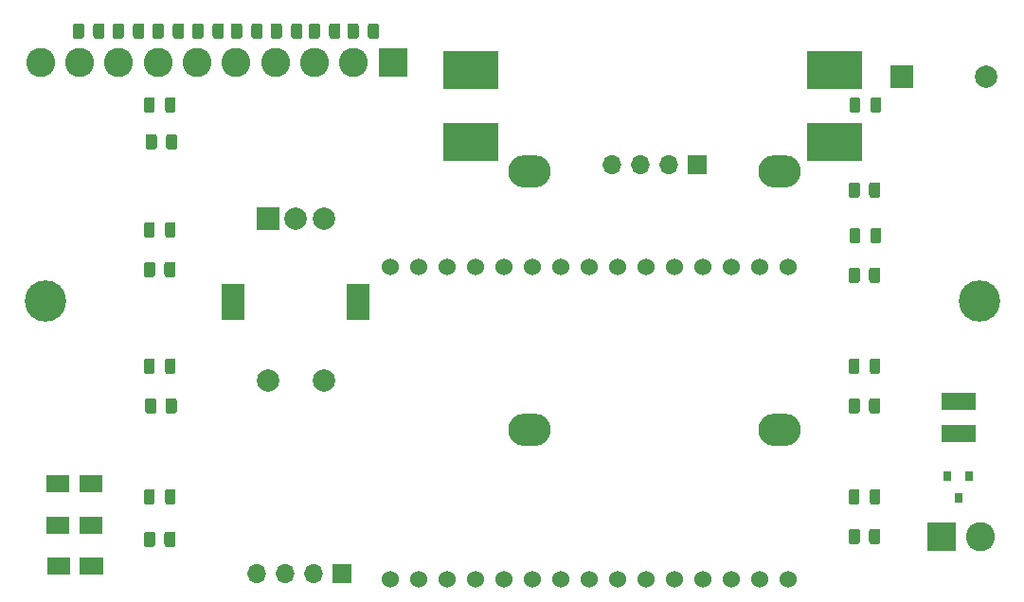
<source format=gbs>
G04 #@! TF.GenerationSoftware,KiCad,Pcbnew,5.1.12-84ad8e8a86~92~ubuntu20.04.1*
G04 #@! TF.CreationDate,2022-01-09T20:13:28+01:00*
G04 #@! TF.ProjectId,ESPHome-Thermostat-pcb,45535048-6f6d-4652-9d54-6865726d6f73,1.0*
G04 #@! TF.SameCoordinates,Original*
G04 #@! TF.FileFunction,Soldermask,Bot*
G04 #@! TF.FilePolarity,Negative*
%FSLAX46Y46*%
G04 Gerber Fmt 4.6, Leading zero omitted, Abs format (unit mm)*
G04 Created by KiCad (PCBNEW 5.1.12-84ad8e8a86~92~ubuntu20.04.1) date 2022-01-09 20:13:28*
%MOMM*%
%LPD*%
G01*
G04 APERTURE LIST*
%ADD10C,3.700000*%
%ADD11O,1.700000X1.700000*%
%ADD12R,1.700000X1.700000*%
%ADD13C,2.600000*%
%ADD14R,2.600000X2.600000*%
%ADD15R,3.020000X1.510000*%
%ADD16R,0.800000X0.900000*%
%ADD17C,0.150000*%
%ADD18R,1.500000X1.500000*%
%ADD19C,2.000000*%
%ADD20R,2.000000X2.000000*%
%ADD21R,5.000000X3.500000*%
%ADD22O,3.800000X2.900000*%
%ADD23C,1.524000*%
%ADD24R,2.000000X3.200000*%
G04 APERTURE END LIST*
D10*
X136750000Y-76500000D03*
X53250000Y-76500000D03*
D11*
X72136000Y-100838000D03*
X74676000Y-100838000D03*
X77216000Y-100838000D03*
D12*
X79756000Y-100838000D03*
G36*
G01*
X67418000Y-51873998D02*
X67418000Y-52774002D01*
G75*
G02*
X67168002Y-53024000I-249998J0D01*
G01*
X66642998Y-53024000D01*
G75*
G02*
X66393000Y-52774002I0J249998D01*
G01*
X66393000Y-51873998D01*
G75*
G02*
X66642998Y-51624000I249998J0D01*
G01*
X67168002Y-51624000D01*
G75*
G02*
X67418000Y-51873998I0J-249998D01*
G01*
G37*
G36*
G01*
X69243000Y-51873998D02*
X69243000Y-52774002D01*
G75*
G02*
X68993002Y-53024000I-249998J0D01*
G01*
X68467998Y-53024000D01*
G75*
G02*
X68218000Y-52774002I0J249998D01*
G01*
X68218000Y-51873998D01*
G75*
G02*
X68467998Y-51624000I249998J0D01*
G01*
X68993002Y-51624000D01*
G75*
G02*
X69243000Y-51873998I0J-249998D01*
G01*
G37*
G36*
G01*
X70870500Y-51873998D02*
X70870500Y-52774002D01*
G75*
G02*
X70620502Y-53024000I-249998J0D01*
G01*
X70095498Y-53024000D01*
G75*
G02*
X69845500Y-52774002I0J249998D01*
G01*
X69845500Y-51873998D01*
G75*
G02*
X70095498Y-51624000I249998J0D01*
G01*
X70620502Y-51624000D01*
G75*
G02*
X70870500Y-51873998I0J-249998D01*
G01*
G37*
G36*
G01*
X72695500Y-51873998D02*
X72695500Y-52774002D01*
G75*
G02*
X72445502Y-53024000I-249998J0D01*
G01*
X71920498Y-53024000D01*
G75*
G02*
X71670500Y-52774002I0J249998D01*
G01*
X71670500Y-51873998D01*
G75*
G02*
X71920498Y-51624000I249998J0D01*
G01*
X72445502Y-51624000D01*
G75*
G02*
X72695500Y-51873998I0J-249998D01*
G01*
G37*
G36*
G01*
X74426500Y-51873998D02*
X74426500Y-52774002D01*
G75*
G02*
X74176502Y-53024000I-249998J0D01*
G01*
X73651498Y-53024000D01*
G75*
G02*
X73401500Y-52774002I0J249998D01*
G01*
X73401500Y-51873998D01*
G75*
G02*
X73651498Y-51624000I249998J0D01*
G01*
X74176502Y-51624000D01*
G75*
G02*
X74426500Y-51873998I0J-249998D01*
G01*
G37*
G36*
G01*
X76251500Y-51873998D02*
X76251500Y-52774002D01*
G75*
G02*
X76001502Y-53024000I-249998J0D01*
G01*
X75476498Y-53024000D01*
G75*
G02*
X75226500Y-52774002I0J249998D01*
G01*
X75226500Y-51873998D01*
G75*
G02*
X75476498Y-51624000I249998J0D01*
G01*
X76001502Y-51624000D01*
G75*
G02*
X76251500Y-51873998I0J-249998D01*
G01*
G37*
G36*
G01*
X56750000Y-51873998D02*
X56750000Y-52774002D01*
G75*
G02*
X56500002Y-53024000I-249998J0D01*
G01*
X55974998Y-53024000D01*
G75*
G02*
X55725000Y-52774002I0J249998D01*
G01*
X55725000Y-51873998D01*
G75*
G02*
X55974998Y-51624000I249998J0D01*
G01*
X56500002Y-51624000D01*
G75*
G02*
X56750000Y-51873998I0J-249998D01*
G01*
G37*
G36*
G01*
X58575000Y-51873998D02*
X58575000Y-52774002D01*
G75*
G02*
X58325002Y-53024000I-249998J0D01*
G01*
X57799998Y-53024000D01*
G75*
G02*
X57550000Y-52774002I0J249998D01*
G01*
X57550000Y-51873998D01*
G75*
G02*
X57799998Y-51624000I249998J0D01*
G01*
X58325002Y-51624000D01*
G75*
G02*
X58575000Y-51873998I0J-249998D01*
G01*
G37*
G36*
G01*
X60306000Y-51873998D02*
X60306000Y-52774002D01*
G75*
G02*
X60056002Y-53024000I-249998J0D01*
G01*
X59530998Y-53024000D01*
G75*
G02*
X59281000Y-52774002I0J249998D01*
G01*
X59281000Y-51873998D01*
G75*
G02*
X59530998Y-51624000I249998J0D01*
G01*
X60056002Y-51624000D01*
G75*
G02*
X60306000Y-51873998I0J-249998D01*
G01*
G37*
G36*
G01*
X62131000Y-51873998D02*
X62131000Y-52774002D01*
G75*
G02*
X61881002Y-53024000I-249998J0D01*
G01*
X61355998Y-53024000D01*
G75*
G02*
X61106000Y-52774002I0J249998D01*
G01*
X61106000Y-51873998D01*
G75*
G02*
X61355998Y-51624000I249998J0D01*
G01*
X61881002Y-51624000D01*
G75*
G02*
X62131000Y-51873998I0J-249998D01*
G01*
G37*
G36*
G01*
X77832000Y-51873998D02*
X77832000Y-52774002D01*
G75*
G02*
X77582002Y-53024000I-249998J0D01*
G01*
X77056998Y-53024000D01*
G75*
G02*
X76807000Y-52774002I0J249998D01*
G01*
X76807000Y-51873998D01*
G75*
G02*
X77056998Y-51624000I249998J0D01*
G01*
X77582002Y-51624000D01*
G75*
G02*
X77832000Y-51873998I0J-249998D01*
G01*
G37*
G36*
G01*
X79657000Y-51873998D02*
X79657000Y-52774002D01*
G75*
G02*
X79407002Y-53024000I-249998J0D01*
G01*
X78881998Y-53024000D01*
G75*
G02*
X78632000Y-52774002I0J249998D01*
G01*
X78632000Y-51873998D01*
G75*
G02*
X78881998Y-51624000I249998J0D01*
G01*
X79407002Y-51624000D01*
G75*
G02*
X79657000Y-51873998I0J-249998D01*
G01*
G37*
G36*
G01*
X63862000Y-51873998D02*
X63862000Y-52774002D01*
G75*
G02*
X63612002Y-53024000I-249998J0D01*
G01*
X63086998Y-53024000D01*
G75*
G02*
X62837000Y-52774002I0J249998D01*
G01*
X62837000Y-51873998D01*
G75*
G02*
X63086998Y-51624000I249998J0D01*
G01*
X63612002Y-51624000D01*
G75*
G02*
X63862000Y-51873998I0J-249998D01*
G01*
G37*
G36*
G01*
X65687000Y-51873998D02*
X65687000Y-52774002D01*
G75*
G02*
X65437002Y-53024000I-249998J0D01*
G01*
X64911998Y-53024000D01*
G75*
G02*
X64662000Y-52774002I0J249998D01*
G01*
X64662000Y-51873998D01*
G75*
G02*
X64911998Y-51624000I249998J0D01*
G01*
X65437002Y-51624000D01*
G75*
G02*
X65687000Y-51873998I0J-249998D01*
G01*
G37*
G36*
G01*
X126892000Y-86302002D02*
X126892000Y-85401998D01*
G75*
G02*
X127141998Y-85152000I249998J0D01*
G01*
X127667002Y-85152000D01*
G75*
G02*
X127917000Y-85401998I0J-249998D01*
G01*
X127917000Y-86302002D01*
G75*
G02*
X127667002Y-86552000I-249998J0D01*
G01*
X127141998Y-86552000D01*
G75*
G02*
X126892000Y-86302002I0J249998D01*
G01*
G37*
G36*
G01*
X125067000Y-86302002D02*
X125067000Y-85401998D01*
G75*
G02*
X125316998Y-85152000I249998J0D01*
G01*
X125842002Y-85152000D01*
G75*
G02*
X126092000Y-85401998I0J-249998D01*
G01*
X126092000Y-86302002D01*
G75*
G02*
X125842002Y-86552000I-249998J0D01*
G01*
X125316998Y-86552000D01*
G75*
G02*
X125067000Y-86302002I0J249998D01*
G01*
G37*
G36*
G01*
X63100000Y-73209998D02*
X63100000Y-74110002D01*
G75*
G02*
X62850002Y-74360000I-249998J0D01*
G01*
X62324998Y-74360000D01*
G75*
G02*
X62075000Y-74110002I0J249998D01*
G01*
X62075000Y-73209998D01*
G75*
G02*
X62324998Y-72960000I249998J0D01*
G01*
X62850002Y-72960000D01*
G75*
G02*
X63100000Y-73209998I0J-249998D01*
G01*
G37*
G36*
G01*
X64925000Y-73209998D02*
X64925000Y-74110002D01*
G75*
G02*
X64675002Y-74360000I-249998J0D01*
G01*
X64149998Y-74360000D01*
G75*
G02*
X63900000Y-74110002I0J249998D01*
G01*
X63900000Y-73209998D01*
G75*
G02*
X64149998Y-72960000I249998J0D01*
G01*
X64675002Y-72960000D01*
G75*
G02*
X64925000Y-73209998I0J-249998D01*
G01*
G37*
G36*
G01*
X126892000Y-74618002D02*
X126892000Y-73717998D01*
G75*
G02*
X127141998Y-73468000I249998J0D01*
G01*
X127667002Y-73468000D01*
G75*
G02*
X127917000Y-73717998I0J-249998D01*
G01*
X127917000Y-74618002D01*
G75*
G02*
X127667002Y-74868000I-249998J0D01*
G01*
X127141998Y-74868000D01*
G75*
G02*
X126892000Y-74618002I0J249998D01*
G01*
G37*
G36*
G01*
X125067000Y-74618002D02*
X125067000Y-73717998D01*
G75*
G02*
X125316998Y-73468000I249998J0D01*
G01*
X125842002Y-73468000D01*
G75*
G02*
X126092000Y-73717998I0J-249998D01*
G01*
X126092000Y-74618002D01*
G75*
G02*
X125842002Y-74868000I-249998J0D01*
G01*
X125316998Y-74868000D01*
G75*
G02*
X125067000Y-74618002I0J249998D01*
G01*
G37*
G36*
G01*
X63100000Y-97339998D02*
X63100000Y-98240002D01*
G75*
G02*
X62850002Y-98490000I-249998J0D01*
G01*
X62324998Y-98490000D01*
G75*
G02*
X62075000Y-98240002I0J249998D01*
G01*
X62075000Y-97339998D01*
G75*
G02*
X62324998Y-97090000I249998J0D01*
G01*
X62850002Y-97090000D01*
G75*
G02*
X63100000Y-97339998I0J-249998D01*
G01*
G37*
G36*
G01*
X64925000Y-97339998D02*
X64925000Y-98240002D01*
G75*
G02*
X64675002Y-98490000I-249998J0D01*
G01*
X64149998Y-98490000D01*
G75*
G02*
X63900000Y-98240002I0J249998D01*
G01*
X63900000Y-97339998D01*
G75*
G02*
X64149998Y-97090000I249998J0D01*
G01*
X64675002Y-97090000D01*
G75*
G02*
X64925000Y-97339998I0J-249998D01*
G01*
G37*
G36*
G01*
X126892000Y-97986002D02*
X126892000Y-97085998D01*
G75*
G02*
X127141998Y-96836000I249998J0D01*
G01*
X127667002Y-96836000D01*
G75*
G02*
X127917000Y-97085998I0J-249998D01*
G01*
X127917000Y-97986002D01*
G75*
G02*
X127667002Y-98236000I-249998J0D01*
G01*
X127141998Y-98236000D01*
G75*
G02*
X126892000Y-97986002I0J249998D01*
G01*
G37*
G36*
G01*
X125067000Y-97986002D02*
X125067000Y-97085998D01*
G75*
G02*
X125316998Y-96836000I249998J0D01*
G01*
X125842002Y-96836000D01*
G75*
G02*
X126092000Y-97085998I0J-249998D01*
G01*
X126092000Y-97986002D01*
G75*
G02*
X125842002Y-98236000I-249998J0D01*
G01*
X125316998Y-98236000D01*
G75*
G02*
X125067000Y-97986002I0J249998D01*
G01*
G37*
G36*
G01*
X63250500Y-61779998D02*
X63250500Y-62680002D01*
G75*
G02*
X63000502Y-62930000I-249998J0D01*
G01*
X62475498Y-62930000D01*
G75*
G02*
X62225500Y-62680002I0J249998D01*
G01*
X62225500Y-61779998D01*
G75*
G02*
X62475498Y-61530000I249998J0D01*
G01*
X63000502Y-61530000D01*
G75*
G02*
X63250500Y-61779998I0J-249998D01*
G01*
G37*
G36*
G01*
X65075500Y-61779998D02*
X65075500Y-62680002D01*
G75*
G02*
X64825502Y-62930000I-249998J0D01*
G01*
X64300498Y-62930000D01*
G75*
G02*
X64050500Y-62680002I0J249998D01*
G01*
X64050500Y-61779998D01*
G75*
G02*
X64300498Y-61530000I249998J0D01*
G01*
X64825502Y-61530000D01*
G75*
G02*
X65075500Y-61779998I0J-249998D01*
G01*
G37*
G36*
G01*
X81284500Y-51873998D02*
X81284500Y-52774002D01*
G75*
G02*
X81034502Y-53024000I-249998J0D01*
G01*
X80509498Y-53024000D01*
G75*
G02*
X80259500Y-52774002I0J249998D01*
G01*
X80259500Y-51873998D01*
G75*
G02*
X80509498Y-51624000I249998J0D01*
G01*
X81034502Y-51624000D01*
G75*
G02*
X81284500Y-51873998I0J-249998D01*
G01*
G37*
G36*
G01*
X83109500Y-51873998D02*
X83109500Y-52774002D01*
G75*
G02*
X82859502Y-53024000I-249998J0D01*
G01*
X82334498Y-53024000D01*
G75*
G02*
X82084500Y-52774002I0J249998D01*
G01*
X82084500Y-51873998D01*
G75*
G02*
X82334498Y-51624000I249998J0D01*
G01*
X82859502Y-51624000D01*
G75*
G02*
X83109500Y-51873998I0J-249998D01*
G01*
G37*
G36*
G01*
X63203500Y-85401998D02*
X63203500Y-86302002D01*
G75*
G02*
X62953502Y-86552000I-249998J0D01*
G01*
X62428498Y-86552000D01*
G75*
G02*
X62178500Y-86302002I0J249998D01*
G01*
X62178500Y-85401998D01*
G75*
G02*
X62428498Y-85152000I249998J0D01*
G01*
X62953502Y-85152000D01*
G75*
G02*
X63203500Y-85401998I0J-249998D01*
G01*
G37*
G36*
G01*
X65028500Y-85401998D02*
X65028500Y-86302002D01*
G75*
G02*
X64778502Y-86552000I-249998J0D01*
G01*
X64253498Y-86552000D01*
G75*
G02*
X64003500Y-86302002I0J249998D01*
G01*
X64003500Y-85401998D01*
G75*
G02*
X64253498Y-85152000I249998J0D01*
G01*
X64778502Y-85152000D01*
G75*
G02*
X65028500Y-85401998I0J-249998D01*
G01*
G37*
G36*
G01*
X126092000Y-66097998D02*
X126092000Y-66998002D01*
G75*
G02*
X125842002Y-67248000I-249998J0D01*
G01*
X125316998Y-67248000D01*
G75*
G02*
X125067000Y-66998002I0J249998D01*
G01*
X125067000Y-66097998D01*
G75*
G02*
X125316998Y-65848000I249998J0D01*
G01*
X125842002Y-65848000D01*
G75*
G02*
X126092000Y-66097998I0J-249998D01*
G01*
G37*
G36*
G01*
X127917000Y-66097998D02*
X127917000Y-66998002D01*
G75*
G02*
X127667002Y-67248000I-249998J0D01*
G01*
X127141998Y-67248000D01*
G75*
G02*
X126892000Y-66998002I0J249998D01*
G01*
X126892000Y-66097998D01*
G75*
G02*
X127141998Y-65848000I249998J0D01*
G01*
X127667002Y-65848000D01*
G75*
G02*
X127917000Y-66097998I0J-249998D01*
G01*
G37*
D13*
X136850000Y-97536000D03*
D14*
X133350000Y-97536000D03*
G36*
G01*
X126942000Y-82752250D02*
X126942000Y-81839750D01*
G75*
G02*
X127185750Y-81596000I243750J0D01*
G01*
X127673250Y-81596000D01*
G75*
G02*
X127917000Y-81839750I0J-243750D01*
G01*
X127917000Y-82752250D01*
G75*
G02*
X127673250Y-82996000I-243750J0D01*
G01*
X127185750Y-82996000D01*
G75*
G02*
X126942000Y-82752250I0J243750D01*
G01*
G37*
G36*
G01*
X125067000Y-82752250D02*
X125067000Y-81839750D01*
G75*
G02*
X125310750Y-81596000I243750J0D01*
G01*
X125798250Y-81596000D01*
G75*
G02*
X126042000Y-81839750I0J-243750D01*
G01*
X126042000Y-82752250D01*
G75*
G02*
X125798250Y-82996000I-243750J0D01*
G01*
X125310750Y-82996000D01*
G75*
G02*
X125067000Y-82752250I0J243750D01*
G01*
G37*
G36*
G01*
X63050000Y-69647750D02*
X63050000Y-70560250D01*
G75*
G02*
X62806250Y-70804000I-243750J0D01*
G01*
X62318750Y-70804000D01*
G75*
G02*
X62075000Y-70560250I0J243750D01*
G01*
X62075000Y-69647750D01*
G75*
G02*
X62318750Y-69404000I243750J0D01*
G01*
X62806250Y-69404000D01*
G75*
G02*
X63050000Y-69647750I0J-243750D01*
G01*
G37*
G36*
G01*
X64925000Y-69647750D02*
X64925000Y-70560250D01*
G75*
G02*
X64681250Y-70804000I-243750J0D01*
G01*
X64193750Y-70804000D01*
G75*
G02*
X63950000Y-70560250I0J243750D01*
G01*
X63950000Y-69647750D01*
G75*
G02*
X64193750Y-69404000I243750J0D01*
G01*
X64681250Y-69404000D01*
G75*
G02*
X64925000Y-69647750I0J-243750D01*
G01*
G37*
G36*
G01*
X127020500Y-71068250D02*
X127020500Y-70155750D01*
G75*
G02*
X127264250Y-69912000I243750J0D01*
G01*
X127751750Y-69912000D01*
G75*
G02*
X127995500Y-70155750I0J-243750D01*
G01*
X127995500Y-71068250D01*
G75*
G02*
X127751750Y-71312000I-243750J0D01*
G01*
X127264250Y-71312000D01*
G75*
G02*
X127020500Y-71068250I0J243750D01*
G01*
G37*
G36*
G01*
X125145500Y-71068250D02*
X125145500Y-70155750D01*
G75*
G02*
X125389250Y-69912000I243750J0D01*
G01*
X125876750Y-69912000D01*
G75*
G02*
X126120500Y-70155750I0J-243750D01*
G01*
X126120500Y-71068250D01*
G75*
G02*
X125876750Y-71312000I-243750J0D01*
G01*
X125389250Y-71312000D01*
G75*
G02*
X125145500Y-71068250I0J243750D01*
G01*
G37*
G36*
G01*
X63050000Y-93523750D02*
X63050000Y-94436250D01*
G75*
G02*
X62806250Y-94680000I-243750J0D01*
G01*
X62318750Y-94680000D01*
G75*
G02*
X62075000Y-94436250I0J243750D01*
G01*
X62075000Y-93523750D01*
G75*
G02*
X62318750Y-93280000I243750J0D01*
G01*
X62806250Y-93280000D01*
G75*
G02*
X63050000Y-93523750I0J-243750D01*
G01*
G37*
G36*
G01*
X64925000Y-93523750D02*
X64925000Y-94436250D01*
G75*
G02*
X64681250Y-94680000I-243750J0D01*
G01*
X64193750Y-94680000D01*
G75*
G02*
X63950000Y-94436250I0J243750D01*
G01*
X63950000Y-93523750D01*
G75*
G02*
X64193750Y-93280000I243750J0D01*
G01*
X64681250Y-93280000D01*
G75*
G02*
X64925000Y-93523750I0J-243750D01*
G01*
G37*
G36*
G01*
X126942000Y-94436250D02*
X126942000Y-93523750D01*
G75*
G02*
X127185750Y-93280000I243750J0D01*
G01*
X127673250Y-93280000D01*
G75*
G02*
X127917000Y-93523750I0J-243750D01*
G01*
X127917000Y-94436250D01*
G75*
G02*
X127673250Y-94680000I-243750J0D01*
G01*
X127185750Y-94680000D01*
G75*
G02*
X126942000Y-94436250I0J243750D01*
G01*
G37*
G36*
G01*
X125067000Y-94436250D02*
X125067000Y-93523750D01*
G75*
G02*
X125310750Y-93280000I243750J0D01*
G01*
X125798250Y-93280000D01*
G75*
G02*
X126042000Y-93523750I0J-243750D01*
G01*
X126042000Y-94436250D01*
G75*
G02*
X125798250Y-94680000I-243750J0D01*
G01*
X125310750Y-94680000D01*
G75*
G02*
X125067000Y-94436250I0J243750D01*
G01*
G37*
G36*
G01*
X63050000Y-58471750D02*
X63050000Y-59384250D01*
G75*
G02*
X62806250Y-59628000I-243750J0D01*
G01*
X62318750Y-59628000D01*
G75*
G02*
X62075000Y-59384250I0J243750D01*
G01*
X62075000Y-58471750D01*
G75*
G02*
X62318750Y-58228000I243750J0D01*
G01*
X62806250Y-58228000D01*
G75*
G02*
X63050000Y-58471750I0J-243750D01*
G01*
G37*
G36*
G01*
X64925000Y-58471750D02*
X64925000Y-59384250D01*
G75*
G02*
X64681250Y-59628000I-243750J0D01*
G01*
X64193750Y-59628000D01*
G75*
G02*
X63950000Y-59384250I0J243750D01*
G01*
X63950000Y-58471750D01*
G75*
G02*
X64193750Y-58228000I243750J0D01*
G01*
X64681250Y-58228000D01*
G75*
G02*
X64925000Y-58471750I0J-243750D01*
G01*
G37*
G36*
G01*
X63050000Y-81839750D02*
X63050000Y-82752250D01*
G75*
G02*
X62806250Y-82996000I-243750J0D01*
G01*
X62318750Y-82996000D01*
G75*
G02*
X62075000Y-82752250I0J243750D01*
G01*
X62075000Y-81839750D01*
G75*
G02*
X62318750Y-81596000I243750J0D01*
G01*
X62806250Y-81596000D01*
G75*
G02*
X63050000Y-81839750I0J-243750D01*
G01*
G37*
G36*
G01*
X64925000Y-81839750D02*
X64925000Y-82752250D01*
G75*
G02*
X64681250Y-82996000I-243750J0D01*
G01*
X64193750Y-82996000D01*
G75*
G02*
X63950000Y-82752250I0J243750D01*
G01*
X63950000Y-81839750D01*
G75*
G02*
X64193750Y-81596000I243750J0D01*
G01*
X64681250Y-81596000D01*
G75*
G02*
X64925000Y-81839750I0J-243750D01*
G01*
G37*
G36*
G01*
X127020500Y-59384250D02*
X127020500Y-58471750D01*
G75*
G02*
X127264250Y-58228000I243750J0D01*
G01*
X127751750Y-58228000D01*
G75*
G02*
X127995500Y-58471750I0J-243750D01*
G01*
X127995500Y-59384250D01*
G75*
G02*
X127751750Y-59628000I-243750J0D01*
G01*
X127264250Y-59628000D01*
G75*
G02*
X127020500Y-59384250I0J243750D01*
G01*
G37*
G36*
G01*
X125145500Y-59384250D02*
X125145500Y-58471750D01*
G75*
G02*
X125389250Y-58228000I243750J0D01*
G01*
X125876750Y-58228000D01*
G75*
G02*
X126120500Y-58471750I0J-243750D01*
G01*
X126120500Y-59384250D01*
G75*
G02*
X125876750Y-59628000I-243750J0D01*
G01*
X125389250Y-59628000D01*
G75*
G02*
X125145500Y-59384250I0J243750D01*
G01*
G37*
D15*
X134874000Y-88318000D03*
X134874000Y-85418000D03*
D16*
X134874000Y-94091000D03*
X135824000Y-92091000D03*
X133924000Y-92091000D03*
D17*
G36*
X56880000Y-92837000D02*
G01*
X57380000Y-92087000D01*
X58380000Y-92087000D01*
X58380000Y-93587000D01*
X57380000Y-93587000D01*
X56880000Y-92837000D01*
G37*
G36*
X54880000Y-92837000D02*
G01*
X54380000Y-93587000D01*
X53380000Y-93587000D01*
X53380000Y-92087000D01*
X54380000Y-92087000D01*
X54880000Y-92837000D01*
G37*
D18*
X54680000Y-92837000D03*
X57080000Y-92837000D03*
D17*
G36*
X56880000Y-96520000D02*
G01*
X57380000Y-95770000D01*
X58380000Y-95770000D01*
X58380000Y-97270000D01*
X57380000Y-97270000D01*
X56880000Y-96520000D01*
G37*
G36*
X54880000Y-96520000D02*
G01*
X54380000Y-97270000D01*
X53380000Y-97270000D01*
X53380000Y-95770000D01*
X54380000Y-95770000D01*
X54880000Y-96520000D01*
G37*
D18*
X54680000Y-96520000D03*
X57080000Y-96520000D03*
D17*
G36*
X56912000Y-100203000D02*
G01*
X57412000Y-99453000D01*
X58412000Y-99453000D01*
X58412000Y-100953000D01*
X57412000Y-100953000D01*
X56912000Y-100203000D01*
G37*
G36*
X54912000Y-100203000D02*
G01*
X54412000Y-100953000D01*
X53412000Y-100953000D01*
X53412000Y-99453000D01*
X54412000Y-99453000D01*
X54912000Y-100203000D01*
G37*
D18*
X54712000Y-100203000D03*
X57112000Y-100203000D03*
D19*
X137394000Y-56388000D03*
D20*
X129794000Y-56388000D03*
D13*
X52828000Y-55118000D03*
X56328000Y-55118000D03*
X59828000Y-55118000D03*
X63328000Y-55118000D03*
X66828000Y-55118000D03*
X70328000Y-55118000D03*
X73828000Y-55118000D03*
X77328000Y-55118000D03*
X80828000Y-55118000D03*
D14*
X84328000Y-55118000D03*
D21*
X123821100Y-62279600D03*
X123821100Y-55779600D03*
X91321100Y-55779600D03*
X91321100Y-62229600D03*
D11*
X103886000Y-64262000D03*
X106426000Y-64262000D03*
D12*
X111506000Y-64262000D03*
D11*
X108966000Y-64262000D03*
D22*
X118872000Y-88011000D03*
X96520000Y-88011000D03*
X96520000Y-64897000D03*
X118872000Y-64897000D03*
D23*
X119634000Y-101346000D03*
X117094000Y-101346000D03*
X114554000Y-101346000D03*
X112014000Y-101346000D03*
X109474000Y-101346000D03*
X106934000Y-101346000D03*
X104394000Y-101346000D03*
X101854000Y-101346000D03*
X99314000Y-101346000D03*
X96774000Y-101346000D03*
X94234000Y-101346000D03*
X91694000Y-101346000D03*
X89154000Y-101346000D03*
X86614000Y-101346000D03*
X84074000Y-101346000D03*
X84074000Y-73406000D03*
X86614000Y-73406000D03*
X89154000Y-73406000D03*
X91694000Y-73406000D03*
X94234000Y-73406000D03*
X96774000Y-73406000D03*
X99314000Y-73406000D03*
X101854000Y-73406000D03*
X104394000Y-73406000D03*
X106934000Y-73406000D03*
X109474000Y-73406000D03*
X112014000Y-73406000D03*
X114554000Y-73406000D03*
X117094000Y-73406000D03*
X119634000Y-73406000D03*
D20*
X73152000Y-69088000D03*
D19*
X75652000Y-69088000D03*
X78152000Y-69088000D03*
D24*
X70052000Y-76588000D03*
X81252000Y-76588000D03*
D19*
X73152000Y-83588000D03*
X78152000Y-83588000D03*
M02*

</source>
